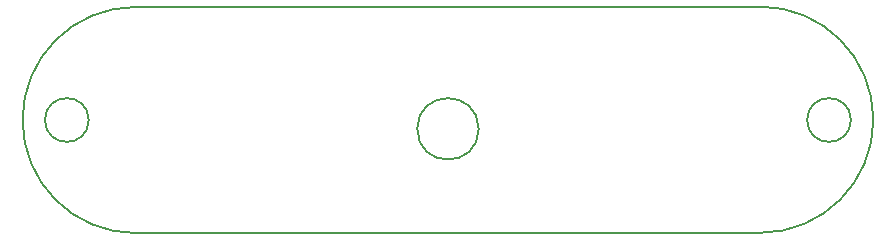
<source format=gm1>
G04 #@! TF.GenerationSoftware,KiCad,Pcbnew,6.0.11+dfsg-1*
G04 #@! TF.CreationDate,2024-05-04T00:33:58-04:00*
G04 #@! TF.ProjectId,frontpanel,66726f6e-7470-4616-9e65-6c2e6b696361,rev?*
G04 #@! TF.SameCoordinates,Original*
G04 #@! TF.FileFunction,Profile,NP*
%FSLAX46Y46*%
G04 Gerber Fmt 4.6, Leading zero omitted, Abs format (unit mm)*
G04 Created by KiCad (PCBNEW 6.0.11+dfsg-1) date 2024-05-04 00:33:58*
%MOMM*%
%LPD*%
G01*
G04 APERTURE LIST*
G04 #@! TA.AperFunction,Profile*
%ADD10C,0.200000*%
G04 #@! TD*
G04 #@! TA.AperFunction,Profile*
%ADD11C,0.150000*%
G04 #@! TD*
G04 APERTURE END LIST*
D10*
X176000000Y-80850000D02*
X176443000Y-80825000D01*
X176000000Y-100000000D02*
X176443000Y-99975000D01*
X123557000Y-80850000D02*
G75*
G03*
X123557000Y-100000000I0J-9575000D01*
G01*
X176000000Y-80850000D02*
X123557000Y-80850000D01*
D11*
X184115000Y-90425000D02*
G75*
G03*
X184115000Y-90425000I-1850000J0D01*
G01*
D10*
X176443000Y-99975000D02*
G75*
G03*
X176443000Y-80825000I0J9575000D01*
G01*
D11*
X119585000Y-90425000D02*
G75*
G03*
X119585000Y-90425000I-1850000J0D01*
G01*
X152600000Y-91175000D02*
G75*
G03*
X152600000Y-91175000I-2600000J0D01*
G01*
D10*
X123557000Y-100000000D02*
X176000000Y-100000000D01*
M02*

</source>
